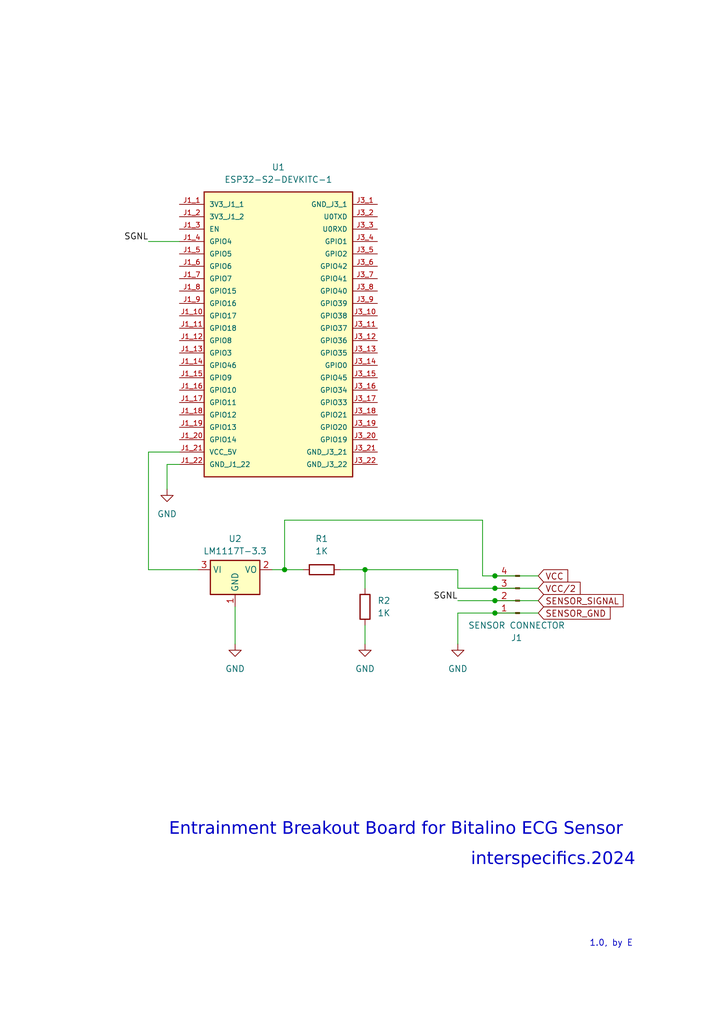
<source format=kicad_sch>
(kicad_sch (version 20231120) (generator "eeschema") (generator_version "8.0")
  (paper "A5" portrait)
  (lib_symbols
    (symbol "Connector:Conn_01x04_Pin" (pin_names (offset 1.016) hide)
      (property "Reference" "J" (at 0 5.08 0))
      (property "Value" "Conn_01x04_Pin" (at 0 -7.62 0))
      (symbol "Conn_01x04_Pin_1_1"
        (polyline (pts (xy 1.27 -5.08) (xy 0.8636 -5.08)) (stroke (width 0.1524)))
        (polyline (pts (xy 1.27 -2.54) (xy 0.8636 -2.54)) (stroke (width 0.1524)))
        (polyline (pts (xy 1.27 0) (xy 0.8636 0)) (stroke (width 0.1524)))
        (polyline (pts (xy 1.27 2.54) (xy 0.8636 2.54)) (stroke (width 0.1524)))
        (rectangle (start 0.8636 -4.953) (end 0 -5.207) (stroke (width 0.1524)) (fill (type outline)))
        (rectangle (start 0.8636 -2.413) (end 0 -2.667) (stroke (width 0.1524)) (fill (type outline)))
        (rectangle (start 0.8636 0.127) (end 0 -0.127) (stroke (width 0.1524)) (fill (type outline)))
        (rectangle (start 0.8636 2.667) (end 0 2.413) (stroke (width 0.1524)) (fill (type outline)))
        (pin passive line (at 5.08 2.54 180) (length 3.81) (name "Pin_1") (number "1"))
        (pin passive line (at 5.08 0 180) (length 3.81) (name "Pin_2") (number "2"))
        (pin passive line (at 5.08 -2.54 180) (length 3.81) (name "Pin_3") (number "3"))
        (pin passive line (at 5.08 -5.08 180) (length 3.81) (name "Pin_4") (number "4"))
      )
    )
    (symbol "Device:R" (pin_numbers hide) (pin_names (offset 0))
      (property "Reference" "R" (at 2.032 0 90))
      (property "Value" "R" (at 0 0 90))
      (symbol "R_0_1"
        (rectangle (start -1.016 -2.54) (end 1.016 2.54) (stroke (width 0.254)))
      )
      (symbol "R_1_1"
        (pin passive line (at 0 3.81 270) (length 1.27) (name "~") (number "1"))
        (pin passive line (at 0 -3.81 90) (length 1.27) (name "~") (number "2"))
      )
    )
    (symbol "ESP32-S2-DEVKITC-1:ESP32-S2-DEVKITC-1" (pin_names (offset 1.016))
      (property "Reference" "U" (at -15.24 31.242 0))
      (property "Value" "ESP32-S2-DEVKITC-1" (at -15.24 -30.48 0))
      (symbol "ESP32-S2-DEVKITC-1_0_0"
        (rectangle (start -15.24 -27.94) (end 15.24 30.48) (stroke (width 0.254)) (fill (type background)))
        (pin power_in line (at -20.32 27.94 0) (length 5.08) (name "3V3_J1_1") (number "J1_1"))
        (pin bidirectional line (at -20.32 5.08 0) (length 5.08) (name "GPIO17") (number "J1_10"))
        (pin bidirectional line (at -20.32 2.54 0) (length 5.08) (name "GPIO18") (number "J1_11"))
        (pin bidirectional line (at -20.32 0 0) (length 5.08) (name "GPIO8") (number "J1_12"))
        (pin bidirectional line (at -20.32 -2.54 0) (length 5.08) (name "GPIO3") (number "J1_13"))
        (pin bidirectional line (at -20.32 -5.08 0) (length 5.08) (name "GPIO46") (number "J1_14"))
        (pin bidirectional line (at -20.32 -7.62 0) (length 5.08) (name "GPIO9") (number "J1_15"))
        (pin bidirectional line (at -20.32 -10.16 0) (length 5.08) (name "GPIO10") (number "J1_16"))
        (pin bidirectional line (at -20.32 -12.7 0) (length 5.08) (name "GPIO11") (number "J1_17"))
        (pin bidirectional line (at -20.32 -15.24 0) (length 5.08) (name "GPIO12") (number "J1_18"))
        (pin bidirectional line (at -20.32 -17.78 0) (length 5.08) (name "GPIO13") (number "J1_19"))
        (pin power_in line (at -20.32 25.4 0) (length 5.08) (name "3V3_J1_2") (number "J1_2"))
        (pin bidirectional line (at -20.32 -20.32 0) (length 5.08) (name "GPIO14") (number "J1_20"))
        (pin power_in line (at -20.32 -22.86 0) (length 5.08) (name "VCC_5V") (number "J1_21"))
        (pin power_in line (at -20.32 -25.4 0) (length 5.08) (name "GND_J1_22") (number "J1_22"))
        (pin input line (at -20.32 22.86 0) (length 5.08) (name "EN") (number "J1_3"))
        (pin bidirectional line (at -20.32 20.32 0) (length 5.08) (name "GPIO4") (number "J1_4"))
        (pin bidirectional line (at -20.32 17.78 0) (length 5.08) (name "GPIO5") (number "J1_5"))
        (pin bidirectional line (at -20.32 15.24 0) (length 5.08) (name "GPIO6") (number "J1_6"))
        (pin bidirectional line (at -20.32 12.7 0) (length 5.08) (name "GPIO7") (number "J1_7"))
        (pin bidirectional line (at -20.32 10.16 0) (length 5.08) (name "GPIO15") (number "J1_8"))
        (pin bidirectional line (at -20.32 7.62 0) (length 5.08) (name "GPIO16") (number "J1_9"))
        (pin power_in line (at 20.32 27.94 180) (length 5.08) (name "GND_J3_1") (number "J3_1"))
        (pin bidirectional line (at 20.32 5.08 180) (length 5.08) (name "GPIO38") (number "J3_10"))
        (pin bidirectional line (at 20.32 2.54 180) (length 5.08) (name "GPIO37") (number "J3_11"))
        (pin bidirectional line (at 20.32 0 180) (length 5.08) (name "GPIO36") (number "J3_12"))
        (pin bidirectional line (at 20.32 -2.54 180) (length 5.08) (name "GPIO35") (number "J3_13"))
        (pin bidirectional line (at 20.32 -5.08 180) (length 5.08) (name "GPIO0") (number "J3_14"))
        (pin bidirectional line (at 20.32 -7.62 180) (length 5.08) (name "GPIO45") (number "J3_15"))
        (pin bidirectional line (at 20.32 -10.16 180) (length 5.08) (name "GPIO34") (number "J3_16"))
        (pin bidirectional line (at 20.32 -12.7 180) (length 5.08) (name "GPIO33") (number "J3_17"))
        (pin bidirectional line (at 20.32 -15.24 180) (length 5.08) (name "GPIO21") (number "J3_18"))
        (pin bidirectional line (at 20.32 -17.78 180) (length 5.08) (name "GPIO20") (number "J3_19"))
        (pin bidirectional line (at 20.32 25.4 180) (length 5.08) (name "U0TXD") (number "J3_2"))
        (pin bidirectional line (at 20.32 -20.32 180) (length 5.08) (name "GPIO19") (number "J3_20"))
        (pin power_in line (at 20.32 -22.86 180) (length 5.08) (name "GND_J3_21") (number "J3_21"))
        (pin power_in line (at 20.32 -25.4 180) (length 5.08) (name "GND_J3_22") (number "J3_22"))
        (pin bidirectional line (at 20.32 22.86 180) (length 5.08) (name "U0RXD") (number "J3_3"))
        (pin bidirectional line (at 20.32 20.32 180) (length 5.08) (name "GPIO1") (number "J3_4"))
        (pin bidirectional line (at 20.32 17.78 180) (length 5.08) (name "GPIO2") (number "J3_5"))
        (pin bidirectional line (at 20.32 15.24 180) (length 5.08) (name "GPIO42") (number "J3_6"))
        (pin bidirectional line (at 20.32 12.7 180) (length 5.08) (name "GPIO41") (number "J3_7"))
        (pin bidirectional line (at 20.32 10.16 180) (length 5.08) (name "GPIO40") (number "J3_8"))
        (pin bidirectional line (at 20.32 7.62 180) (length 5.08) (name "GPIO39") (number "J3_9"))
      )
    )
    (symbol "Regulator_Linear:LM1117T-3.3"
      (property "Reference" "U" (at -3.81 3.175 0))
      (property "Value" "LM1117T-3.3" (at 0 3.175 0))
      (symbol "LM1117T-3.3_0_1"
        (rectangle (start -5.08 -5.08) (end 5.08 1.905) (stroke (width 0.254)) (fill (type background)))
      )
      (symbol "LM1117T-3.3_1_1"
        (pin power_in line (at 0 -7.62 90) (length 2.54) (name "GND") (number "1"))
        (pin power_out line (at 7.62 0 180) (length 2.54) (name "VO") (number "2"))
        (pin power_in line (at -7.62 0 0) (length 2.54) (name "VI") (number "3"))
      )
    )
    (symbol "power:GND" (power) (pin_numbers hide) (pin_names (offset 0) hide)
      (property "Value" "GND" (at 0 -3.81 0))
      (symbol "GND_0_1"
        (polyline (pts (xy 0 0) (xy 0 -1.27) (xy 1.27 -1.27) (xy 0 -2.54) (xy -1.27 -1.27) (xy 0 -1.27)))
      )
      (symbol "GND_1_1"
        (pin power_in line (at 0 0 270) (length 0) (name "~") (number "1"))
      )
    )
  )
  (junction (at 101.6 120.65))
  (junction (at 101.6 123.19))
  (junction (at 74.93 116.84))
  (junction (at 101.6 118.11))
  (junction (at 58.42 116.84))
  (junction (at 101.6 125.73))
  (wire (pts (xy 69.85 116.84) (xy 74.93 116.84)))
  (wire (pts (xy 99.06 118.11) (xy 101.6 118.11)))
  (wire (pts (xy 101.6 118.11) (xy 110.49 118.11)))
  (wire (pts (xy 58.42 116.84) (xy 62.23 116.84)))
  (wire (pts (xy 55.88 116.84) (xy 58.42 116.84)))
  (wire (pts (xy 74.93 116.84) (xy 74.93 120.65)))
  (wire (pts (xy 101.6 120.65) (xy 110.49 120.65)))
  (wire (pts (xy 93.98 125.73) (xy 93.98 132.08)))
  (wire (pts (xy 58.42 106.68) (xy 58.42 116.84)))
  (wire (pts (xy 101.6 120.65) (xy 93.98 120.65)))
  (wire (pts (xy 93.98 120.65) (xy 93.98 116.84)))
  (wire (pts (xy 74.93 128.27) (xy 74.93 132.08)))
  (wire (pts (xy 93.98 123.19) (xy 101.6 123.19)))
  (wire (pts (xy 93.98 116.84) (xy 74.93 116.84)))
  (wire (pts (xy 30.48 116.84) (xy 40.64 116.84)))
  (wire (pts (xy 101.6 123.19) (xy 110.49 123.19)))
  (wire (pts (xy 30.48 92.71) (xy 30.48 116.84)))
  (wire (pts (xy 48.26 124.46) (xy 48.26 132.08)))
  (wire (pts (xy 30.48 49.53) (xy 36.83 49.53)))
  (wire (pts (xy 36.83 92.71) (xy 30.48 92.71)))
  (wire (pts (xy 93.98 125.73) (xy 101.6 125.73)))
  (wire (pts (xy 99.06 106.68) (xy 58.42 106.68)))
  (wire (pts (xy 99.06 118.11) (xy 99.06 106.68)))
  (wire (pts (xy 101.6 125.73) (xy 110.49 125.73)))
  (wire (pts (xy 36.83 95.25) (xy 34.29 95.25)))
  (wire (pts (xy 34.29 95.25) (xy 34.29 100.33)))
  (text "interspecifics.2024" (at 113.538 177.038 0) (effects (font (size 2.54 2.54))))
  (text "1.0, by E" (at 125.476 193.548 0) (effects (font (size 1.27 1.27))))
  (text "Entrainment Breakout Board for Bitalino ECG Sensor\n\n" (at 81.28 172.974 0) (effects (font (size 2.54 2.54))))
  (label "SGNL" (at 93.98 123.19 180))
  (label "SGNL" (at 30.48 49.53 180))
  (global_label "SENSOR_SIGNAL" (shape input) (at 110.49 123.19 0) (property "Intersheetrefs" "${INTERSHEET_REFS}" (effects (hide yes))))
  (global_label "VCC" (shape input) (at 110.49 118.11 0) (property "Intersheetrefs" "${INTERSHEET_REFS}" (effects (hide yes))))
  (global_label "VCC{slash}2" (shape input) (at 110.49 120.65 0) (property "Intersheetrefs" "${INTERSHEET_REFS}" (effects (hide yes))))
  (global_label "SENSOR_GND" (shape input) (at 110.49 125.73 0) (property "Intersheetrefs" "${INTERSHEET_REFS}" (effects (hide yes))))
  (symbol (lib_id "power:GND") (at 74.93 132.08 0) (unit 1)
    (property "Reference" "#PWR03" (effects (hide yes)))
    (property "Value" "GND" (at 74.93 137.16 0))
    (property "Description" "Power symbol creates a global label with name \"GND\" , ground" (effects (hide yes)))
  )
  (symbol (lib_id "power:GND") (at 34.29 100.33 0) (unit 1)
    (property "Reference" "#PWR02" (effects (hide yes)))
    (property "Value" "GND" (at 34.29 105.41 0))
    (property "Description" "Power symbol creates a global label with name \"GND\" , ground" (effects (hide yes)))
  )
  (symbol (lib_id "Connector:Conn_01x04_Pin") (at 106.68 123.19 180) (unit 1)
    (property "Reference" "J1" (at 106.045 130.81 0))
    (property "Value" "SENSOR CONNECTOR" (at 106.045 128.27 0))
    (property "Description" "Generic connector, single row, 01x04, script generated" (effects (hide yes)))
  )
  (symbol (lib_id "power:GND") (at 48.26 132.08 0) (unit 1)
    (property "Reference" "#PWR01" (effects (hide yes)))
    (property "Value" "GND" (at 48.26 137.16 0))
    (property "Description" "Power symbol creates a global label with name \"GND\" , ground" (effects (hide yes)))
  )
  (symbol (lib_id "power:GND") (at 93.98 132.08 0) (unit 1)
    (property "Reference" "#PWR04" (effects (hide yes)))
    (property "Value" "GND" (at 93.98 137.16 0))
    (property "Description" "Power symbol creates a global label with name \"GND\" , ground" (effects (hide yes)))
  )
  (symbol (lib_id "Device:R") (at 66.04 116.84 90) (unit 1)
    (property "Reference" "R1" (at 66.04 110.49 90))
    (property "Value" "1K" (at 66.04 113.03 90))
    (property "Description" "Resistor" (effects (hide yes)))
  )
  (symbol (lib_id "Device:R") (at 74.93 124.46 0) (unit 1)
    (property "Reference" "R2" (at 77.47 123.1899 0) (effects (justify left)))
    (property "Value" "1K" (at 77.47 125.7299 0) (effects (justify left)))
    (property "Description" "Resistor" (effects (hide yes)))
  )
  (symbol (lib_id "ESP32-S2-DEVKITC-1:ESP32-S2-DEVKITC-1") (at 57.15 69.85 0) (unit 1)
    (property "Reference" "U1" (at 57.15 34.29 0))
    (property "Value" "ESP32-S2-DEVKITC-1" (at 57.15 36.83 0))
    (property "Footprint" "ESP32-S2-DEVKITC-1:MODULE_ESP32-S2-DEVKITC-1" (effects (hide yes)))
    (property "MF" "Espressif Systems" (effects (hide yes)))
    (property "Description_1" "\nESP32-S ESP32-S2 Transceiver; 802.11 b/g/n (Wi-Fi, WiFi, WLAN) 2.4GHz Evaluation Board\n" (effects (hide yes)))
    (property "Package" "None" (effects (hide yes)))
    (property "Price" "None" (effects (hide yes)))
    (property "Check_prices" "https://www.snapeda.com/parts/ESP32-S2-DEVKITC-1/Espressif+Systems/view-part/?ref=eda" (effects (hide yes)))
    (property "STANDARD" "Manufacturer Recommendations" (effects (hide yes)))
    (property "PARTREV" "1.0" (effects (hide yes)))
    (property "SnapEDA_Link" "https://www.snapeda.com/parts/ESP32-S2-DEVKITC-1/Espressif+Systems/view-part/?ref=snap" (effects (hide yes)))
    (property "MP" "ESP32-S2-DEVKITC-1" (effects (hide yes)))
    (property "Availability" "In Stock" (effects (hide yes)))
    (property "MANUFACTURER" "Espressif Systems" (effects (hide yes)))
  )
  (symbol (lib_id "Regulator_Linear:LM1117T-3.3") (at 48.26 116.84 0) (unit 1)
    (property "Reference" "U2" (at 48.26 110.49 0))
    (property "Value" "LM1117T-3.3" (at 48.26 113.03 0))
    (property "Footprint" "Package_TO_SOT_THT:TO-220-3_Horizontal_TabDown" (effects (hide yes)))
    (property "Datasheet" "http://www.ti.com/lit/ds/symlink/lm1117.pdf" (effects (hide yes)))
    (property "Description" "800mA Low-Dropout Linear Regulator, 3.3V fixed output, TO-220" (effects (hide yes)))
  )
)
</source>
